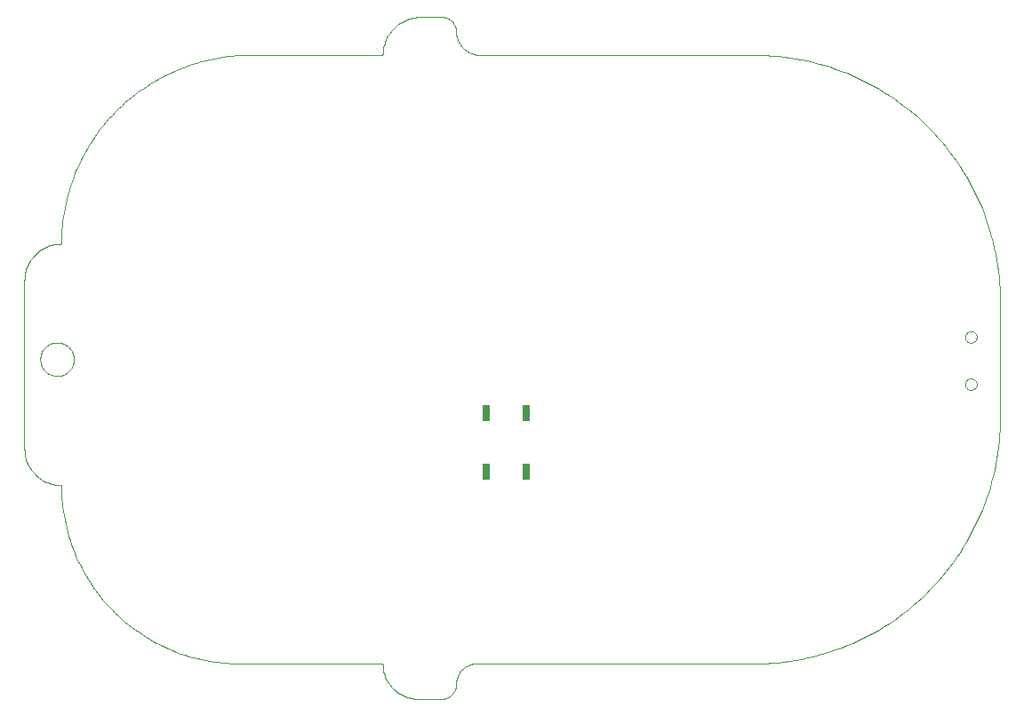
<source format=gbp>
G75*
%MOIN*%
%OFA0B0*%
%FSLAX24Y24*%
%IPPOS*%
%LPD*%
%AMOC8*
5,1,8,0,0,1.08239X$1,22.5*
%
%ADD10C,0.0000*%
%ADD11R,0.0300X0.0600*%
D10*
X008171Y001568D02*
X013535Y001568D01*
X013537Y001496D01*
X013543Y001424D01*
X013553Y001353D01*
X013566Y001282D01*
X013583Y001212D01*
X013605Y001144D01*
X013629Y001076D01*
X013658Y001010D01*
X013690Y000945D01*
X013725Y000883D01*
X013764Y000822D01*
X013806Y000764D01*
X013851Y000708D01*
X013899Y000654D01*
X013950Y000603D01*
X014004Y000555D01*
X014060Y000510D01*
X014118Y000468D01*
X014179Y000429D01*
X014241Y000394D01*
X014306Y000362D01*
X014372Y000333D01*
X014440Y000309D01*
X014508Y000287D01*
X014578Y000270D01*
X014649Y000257D01*
X014720Y000247D01*
X014792Y000241D01*
X014864Y000239D01*
X015734Y000239D01*
X015780Y000241D01*
X015826Y000247D01*
X015871Y000256D01*
X015915Y000269D01*
X015958Y000286D01*
X015999Y000306D01*
X016039Y000330D01*
X016076Y000356D01*
X016111Y000386D01*
X016144Y000419D01*
X016174Y000454D01*
X016200Y000491D01*
X016224Y000531D01*
X016244Y000572D01*
X016261Y000615D01*
X016274Y000659D01*
X016283Y000704D01*
X016289Y000750D01*
X016291Y000796D01*
X016293Y000849D01*
X016298Y000901D01*
X016307Y000953D01*
X016320Y001004D01*
X016336Y001055D01*
X016355Y001104D01*
X016378Y001151D01*
X016403Y001197D01*
X016432Y001241D01*
X016464Y001283D01*
X016499Y001323D01*
X016536Y001360D01*
X016576Y001395D01*
X016618Y001427D01*
X016662Y001456D01*
X016708Y001481D01*
X016755Y001504D01*
X016804Y001523D01*
X016855Y001539D01*
X016906Y001552D01*
X016958Y001561D01*
X017010Y001566D01*
X017063Y001568D01*
X027463Y001568D01*
X027463Y001567D02*
X027686Y001570D01*
X027909Y001578D01*
X028132Y001592D01*
X028354Y001611D01*
X028576Y001636D01*
X028797Y001665D01*
X029017Y001700D01*
X029237Y001741D01*
X029455Y001787D01*
X029672Y001838D01*
X029888Y001894D01*
X030102Y001955D01*
X030315Y002022D01*
X030527Y002094D01*
X030736Y002170D01*
X030944Y002252D01*
X031149Y002339D01*
X031352Y002431D01*
X031554Y002528D01*
X031752Y002629D01*
X031948Y002735D01*
X032142Y002846D01*
X032333Y002962D01*
X032521Y003082D01*
X032706Y003207D01*
X032888Y003336D01*
X033066Y003470D01*
X033242Y003607D01*
X033414Y003749D01*
X033582Y003895D01*
X033747Y004046D01*
X033909Y004200D01*
X034066Y004358D01*
X034220Y004519D01*
X034370Y004685D01*
X034516Y004853D01*
X034657Y005026D01*
X034795Y005202D01*
X034928Y005381D01*
X035056Y005563D01*
X035181Y005748D01*
X035301Y005936D01*
X035416Y006127D01*
X035526Y006321D01*
X035632Y006518D01*
X035733Y006716D01*
X035829Y006918D01*
X035921Y007121D01*
X036007Y007327D01*
X036089Y007535D01*
X036165Y007744D01*
X036236Y007956D01*
X036302Y008169D01*
X036363Y008383D01*
X036419Y008599D01*
X036470Y008817D01*
X036515Y009035D01*
X036555Y009255D01*
X036590Y009475D01*
X036619Y009696D01*
X036643Y009918D01*
X036661Y010140D01*
X036675Y010363D01*
X036683Y010586D01*
X036685Y010809D01*
X036685Y015181D01*
X035373Y013822D02*
X035375Y013851D01*
X035381Y013879D01*
X035390Y013907D01*
X035403Y013933D01*
X035420Y013956D01*
X035439Y013978D01*
X035461Y013997D01*
X035486Y014012D01*
X035512Y014025D01*
X035540Y014033D01*
X035568Y014038D01*
X035597Y014039D01*
X035626Y014036D01*
X035654Y014029D01*
X035681Y014019D01*
X035707Y014005D01*
X035730Y013988D01*
X035751Y013968D01*
X035769Y013945D01*
X035784Y013920D01*
X035795Y013893D01*
X035803Y013865D01*
X035807Y013836D01*
X035807Y013808D01*
X035803Y013779D01*
X035795Y013751D01*
X035784Y013724D01*
X035769Y013699D01*
X035751Y013676D01*
X035730Y013656D01*
X035707Y013639D01*
X035681Y013625D01*
X035654Y013615D01*
X035626Y013608D01*
X035597Y013605D01*
X035568Y013606D01*
X035540Y013611D01*
X035512Y013619D01*
X035486Y013632D01*
X035461Y013647D01*
X035439Y013666D01*
X035420Y013688D01*
X035403Y013711D01*
X035390Y013737D01*
X035381Y013765D01*
X035375Y013793D01*
X035373Y013822D01*
X035373Y012050D02*
X035375Y012079D01*
X035381Y012107D01*
X035390Y012135D01*
X035403Y012161D01*
X035420Y012184D01*
X035439Y012206D01*
X035461Y012225D01*
X035486Y012240D01*
X035512Y012253D01*
X035540Y012261D01*
X035568Y012266D01*
X035597Y012267D01*
X035626Y012264D01*
X035654Y012257D01*
X035681Y012247D01*
X035707Y012233D01*
X035730Y012216D01*
X035751Y012196D01*
X035769Y012173D01*
X035784Y012148D01*
X035795Y012121D01*
X035803Y012093D01*
X035807Y012064D01*
X035807Y012036D01*
X035803Y012007D01*
X035795Y011979D01*
X035784Y011952D01*
X035769Y011927D01*
X035751Y011904D01*
X035730Y011884D01*
X035707Y011867D01*
X035681Y011853D01*
X035654Y011843D01*
X035626Y011836D01*
X035597Y011833D01*
X035568Y011834D01*
X035540Y011839D01*
X035512Y011847D01*
X035486Y011860D01*
X035461Y011875D01*
X035439Y011894D01*
X035420Y011916D01*
X035403Y011939D01*
X035390Y011965D01*
X035381Y011993D01*
X035375Y012021D01*
X035373Y012050D01*
X036685Y015181D02*
X036682Y015404D01*
X036674Y015627D01*
X036661Y015849D01*
X036642Y016071D01*
X036618Y016293D01*
X036588Y016513D01*
X036553Y016734D01*
X036513Y016953D01*
X036468Y017171D01*
X036417Y017388D01*
X036361Y017604D01*
X036300Y017818D01*
X036234Y018031D01*
X036162Y018242D01*
X036086Y018451D01*
X036004Y018659D01*
X035918Y018864D01*
X035826Y019067D01*
X035730Y019268D01*
X035629Y019467D01*
X035523Y019663D01*
X035412Y019856D01*
X035297Y020047D01*
X035177Y020235D01*
X035053Y020420D01*
X034924Y020602D01*
X034791Y020780D01*
X034653Y020956D01*
X034512Y021128D01*
X034366Y021296D01*
X034216Y021461D01*
X034062Y021623D01*
X033905Y021780D01*
X033743Y021934D01*
X033578Y022084D01*
X033410Y022230D01*
X033238Y022371D01*
X033062Y022509D01*
X032884Y022642D01*
X032702Y022771D01*
X032517Y022895D01*
X032329Y023015D01*
X032138Y023130D01*
X031945Y023241D01*
X031749Y023347D01*
X031550Y023448D01*
X031349Y023544D01*
X031146Y023636D01*
X030941Y023722D01*
X030733Y023804D01*
X030524Y023880D01*
X030313Y023952D01*
X030100Y024018D01*
X029886Y024079D01*
X029670Y024135D01*
X029453Y024186D01*
X029235Y024231D01*
X029016Y024271D01*
X028795Y024306D01*
X028575Y024336D01*
X028353Y024360D01*
X028131Y024379D01*
X027909Y024392D01*
X027686Y024400D01*
X027463Y024403D01*
X027463Y024402D02*
X017161Y024402D01*
X017161Y024403D02*
X017104Y024405D01*
X017047Y024410D01*
X016991Y024420D01*
X016936Y024433D01*
X016881Y024449D01*
X016828Y024469D01*
X016776Y024493D01*
X016726Y024520D01*
X016678Y024550D01*
X016631Y024583D01*
X016587Y024619D01*
X016546Y024658D01*
X016507Y024699D01*
X016471Y024743D01*
X016438Y024790D01*
X016408Y024838D01*
X016381Y024888D01*
X016357Y024940D01*
X016337Y024993D01*
X016321Y025048D01*
X016308Y025103D01*
X016298Y025159D01*
X016293Y025216D01*
X016291Y025273D01*
X016289Y025319D01*
X016283Y025365D01*
X016274Y025410D01*
X016261Y025454D01*
X016244Y025497D01*
X016224Y025538D01*
X016200Y025578D01*
X016174Y025615D01*
X016144Y025650D01*
X016111Y025683D01*
X016076Y025713D01*
X016039Y025739D01*
X015999Y025763D01*
X015958Y025783D01*
X015915Y025800D01*
X015871Y025813D01*
X015826Y025822D01*
X015780Y025828D01*
X015734Y025830D01*
X014962Y025830D01*
X014962Y025829D02*
X014887Y025827D01*
X014813Y025821D01*
X014739Y025811D01*
X014665Y025798D01*
X014593Y025780D01*
X014521Y025759D01*
X014451Y025734D01*
X014382Y025706D01*
X014314Y025673D01*
X014249Y025638D01*
X014185Y025599D01*
X014123Y025556D01*
X014064Y025511D01*
X014007Y025462D01*
X013953Y025411D01*
X013902Y025357D01*
X013853Y025300D01*
X013808Y025241D01*
X013765Y025179D01*
X013726Y025116D01*
X013691Y025050D01*
X013658Y024982D01*
X013630Y024913D01*
X013605Y024843D01*
X013584Y024771D01*
X013566Y024699D01*
X013553Y024625D01*
X013543Y024551D01*
X013537Y024477D01*
X013535Y024402D01*
X008565Y024402D01*
X008565Y024403D02*
X008394Y024401D01*
X008223Y024395D01*
X008052Y024384D01*
X007881Y024370D01*
X007711Y024351D01*
X007541Y024329D01*
X007372Y024302D01*
X007203Y024271D01*
X007036Y024236D01*
X006869Y024197D01*
X006703Y024154D01*
X006539Y024107D01*
X006375Y024056D01*
X006213Y024001D01*
X006052Y023942D01*
X005893Y023880D01*
X005735Y023813D01*
X005579Y023743D01*
X005424Y023669D01*
X005272Y023591D01*
X005121Y023510D01*
X004972Y023425D01*
X004826Y023336D01*
X004681Y023244D01*
X004539Y023148D01*
X004399Y023050D01*
X004262Y022947D01*
X004127Y022842D01*
X003995Y022733D01*
X003865Y022621D01*
X003739Y022506D01*
X003615Y022387D01*
X003494Y022266D01*
X003375Y022142D01*
X003260Y022016D01*
X003148Y021886D01*
X003039Y021754D01*
X002934Y021619D01*
X002831Y021482D01*
X002733Y021342D01*
X002637Y021200D01*
X002545Y021055D01*
X002456Y020909D01*
X002371Y020760D01*
X002290Y020609D01*
X002212Y020457D01*
X002138Y020302D01*
X002068Y020146D01*
X002001Y019988D01*
X001939Y019829D01*
X001880Y019668D01*
X001825Y019506D01*
X001774Y019342D01*
X001727Y019178D01*
X001684Y019012D01*
X001645Y018845D01*
X001610Y018678D01*
X001579Y018509D01*
X001552Y018340D01*
X001530Y018170D01*
X001511Y018000D01*
X001497Y017829D01*
X001486Y017658D01*
X001480Y017487D01*
X001478Y017316D01*
X001406Y017314D01*
X001334Y017308D01*
X001262Y017299D01*
X001191Y017286D01*
X001121Y017269D01*
X001052Y017249D01*
X000984Y017224D01*
X000918Y017197D01*
X000852Y017166D01*
X000789Y017131D01*
X000727Y017094D01*
X000668Y017053D01*
X000611Y017009D01*
X000556Y016962D01*
X000504Y016912D01*
X000454Y016860D01*
X000407Y016805D01*
X000363Y016748D01*
X000322Y016689D01*
X000285Y016627D01*
X000250Y016564D01*
X000219Y016498D01*
X000192Y016432D01*
X000167Y016364D01*
X000147Y016295D01*
X000130Y016225D01*
X000117Y016154D01*
X000108Y016082D01*
X000102Y016010D01*
X000100Y015938D01*
X000100Y009639D01*
X000102Y009567D01*
X000108Y009495D01*
X000117Y009423D01*
X000130Y009352D01*
X000147Y009282D01*
X000167Y009213D01*
X000192Y009145D01*
X000219Y009079D01*
X000250Y009013D01*
X000285Y008950D01*
X000322Y008888D01*
X000363Y008829D01*
X000407Y008772D01*
X000454Y008717D01*
X000504Y008665D01*
X000556Y008615D01*
X000611Y008568D01*
X000668Y008524D01*
X000727Y008483D01*
X000789Y008446D01*
X000852Y008411D01*
X000918Y008380D01*
X000984Y008353D01*
X001052Y008328D01*
X001121Y008308D01*
X001191Y008291D01*
X001262Y008278D01*
X001334Y008269D01*
X001406Y008263D01*
X001478Y008261D01*
X001480Y008099D01*
X001486Y007938D01*
X001496Y007776D01*
X001509Y007615D01*
X001527Y007454D01*
X001548Y007294D01*
X001574Y007134D01*
X001603Y006975D01*
X001636Y006817D01*
X001672Y006659D01*
X001713Y006503D01*
X001757Y006347D01*
X001806Y006193D01*
X001857Y006040D01*
X001913Y005888D01*
X001972Y005737D01*
X002035Y005588D01*
X002101Y005441D01*
X002171Y005295D01*
X002245Y005151D01*
X002322Y005008D01*
X002402Y004868D01*
X002486Y004730D01*
X002573Y004593D01*
X002663Y004459D01*
X002756Y004327D01*
X002853Y004197D01*
X002953Y004070D01*
X003055Y003945D01*
X003161Y003823D01*
X003270Y003703D01*
X003381Y003586D01*
X003496Y003471D01*
X003613Y003360D01*
X003733Y003251D01*
X003855Y003145D01*
X003980Y003043D01*
X004107Y002943D01*
X004237Y002846D01*
X004369Y002753D01*
X004503Y002663D01*
X004640Y002576D01*
X004778Y002492D01*
X004918Y002412D01*
X005061Y002335D01*
X005205Y002261D01*
X005351Y002191D01*
X005498Y002125D01*
X005647Y002062D01*
X005798Y002003D01*
X005950Y001947D01*
X006103Y001896D01*
X006257Y001847D01*
X006413Y001803D01*
X006569Y001762D01*
X006727Y001726D01*
X006885Y001693D01*
X007044Y001664D01*
X007204Y001638D01*
X007364Y001617D01*
X007525Y001599D01*
X007686Y001586D01*
X007848Y001576D01*
X008009Y001570D01*
X008171Y001568D01*
X000698Y012985D02*
X000700Y013035D01*
X000706Y013085D01*
X000716Y013134D01*
X000730Y013182D01*
X000747Y013229D01*
X000768Y013274D01*
X000793Y013318D01*
X000821Y013359D01*
X000853Y013398D01*
X000887Y013435D01*
X000924Y013469D01*
X000964Y013499D01*
X001006Y013526D01*
X001050Y013550D01*
X001096Y013571D01*
X001143Y013587D01*
X001191Y013600D01*
X001241Y013609D01*
X001290Y013614D01*
X001341Y013615D01*
X001391Y013612D01*
X001440Y013605D01*
X001489Y013594D01*
X001537Y013579D01*
X001583Y013561D01*
X001628Y013539D01*
X001671Y013513D01*
X001712Y013484D01*
X001751Y013452D01*
X001787Y013417D01*
X001819Y013379D01*
X001849Y013339D01*
X001876Y013296D01*
X001899Y013252D01*
X001918Y013206D01*
X001934Y013158D01*
X001946Y013109D01*
X001954Y013060D01*
X001958Y013010D01*
X001958Y012960D01*
X001954Y012910D01*
X001946Y012861D01*
X001934Y012812D01*
X001918Y012764D01*
X001899Y012718D01*
X001876Y012674D01*
X001849Y012631D01*
X001819Y012591D01*
X001787Y012553D01*
X001751Y012518D01*
X001712Y012486D01*
X001671Y012457D01*
X001628Y012431D01*
X001583Y012409D01*
X001537Y012391D01*
X001489Y012376D01*
X001440Y012365D01*
X001391Y012358D01*
X001341Y012355D01*
X001290Y012356D01*
X001241Y012361D01*
X001191Y012370D01*
X001143Y012383D01*
X001096Y012399D01*
X001050Y012420D01*
X001006Y012444D01*
X000964Y012471D01*
X000924Y012501D01*
X000887Y012535D01*
X000853Y012572D01*
X000821Y012611D01*
X000793Y012652D01*
X000768Y012696D01*
X000747Y012741D01*
X000730Y012788D01*
X000716Y012836D01*
X000706Y012885D01*
X000700Y012935D01*
X000698Y012985D01*
D11*
X017422Y010951D03*
X018922Y010951D03*
X018922Y008751D03*
X017422Y008751D03*
M02*

</source>
